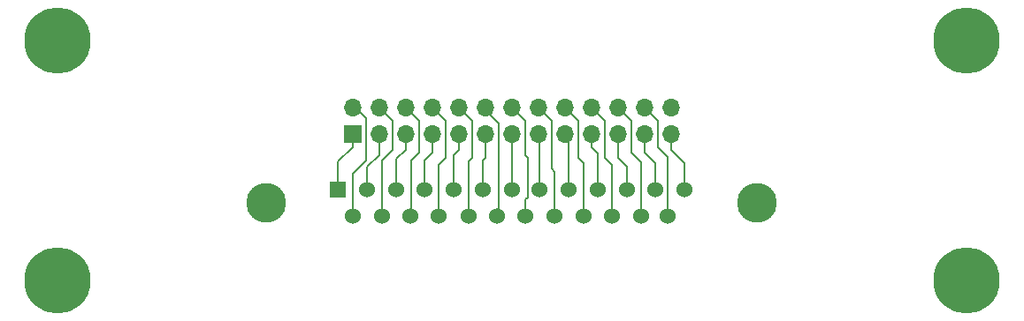
<source format=gbr>
G04 #@! TF.FileFunction,Copper,L1,Top,Signal*
%FSLAX46Y46*%
G04 Gerber Fmt 4.6, Leading zero omitted, Abs format (unit mm)*
G04 Created by KiCad (PCBNEW (after 2015-mar-04 BZR unknown)-product) date 6/5/2017 4:21:03 PM*
%MOMM*%
G01*
G04 APERTURE LIST*
%ADD10C,0.150000*%
%ADD11C,6.350000*%
%ADD12R,1.700000X1.700000*%
%ADD13O,1.700000X1.700000*%
%ADD14C,3.810000*%
%ADD15C,1.524000*%
%ADD16R,1.524000X1.524000*%
%ADD17C,0.203200*%
G04 APERTURE END LIST*
D10*
D11*
X91000000Y-4000000D03*
X4000000Y-4000000D03*
X91000000Y-27000000D03*
X4000000Y-27000000D03*
D12*
X32258000Y-12954000D03*
D13*
X32258000Y-10414000D03*
X34798000Y-12954000D03*
X34798000Y-10414000D03*
X37338000Y-12954000D03*
X37338000Y-10414000D03*
X39878000Y-12954000D03*
X39878000Y-10414000D03*
X42418000Y-12954000D03*
X42418000Y-10414000D03*
X44958000Y-12954000D03*
X44958000Y-10414000D03*
X47498000Y-12954000D03*
X47498000Y-10414000D03*
X50038000Y-12954000D03*
X50038000Y-10414000D03*
X52578000Y-12954000D03*
X52578000Y-10414000D03*
X55118000Y-12954000D03*
X55118000Y-10414000D03*
X57658000Y-12954000D03*
X57658000Y-10414000D03*
X60198000Y-12954000D03*
X60198000Y-10414000D03*
X62738000Y-12954000D03*
X62738000Y-10414000D03*
D14*
X24003000Y-19558000D03*
X70993000Y-19558000D03*
D15*
X64008000Y-18288000D03*
X61214000Y-18288000D03*
X58547000Y-18288000D03*
X55753000Y-18288000D03*
X52959000Y-18288000D03*
X50165000Y-18288000D03*
X47498000Y-18288000D03*
X44704000Y-18288000D03*
X41910000Y-18288000D03*
X39116000Y-18288000D03*
X36449000Y-18288000D03*
X33655000Y-18288000D03*
D16*
X30861000Y-18288000D03*
D15*
X62433200Y-20828000D03*
X59893200Y-20828000D03*
X57099200Y-20828000D03*
X54356000Y-20828000D03*
X51612800Y-20828000D03*
X48818800Y-20828000D03*
X46075600Y-20828000D03*
X43332400Y-20828000D03*
X40487600Y-20828000D03*
X37795200Y-20828000D03*
X35052000Y-20828000D03*
X32258000Y-20828000D03*
D17*
X32258000Y-14224000D02*
X30861000Y-15621000D01*
X30861000Y-15621000D02*
X30861000Y-18288000D01*
X32258000Y-12954000D02*
X32258000Y-14224000D01*
X34798000Y-14986000D02*
X33655000Y-16129000D01*
X33655000Y-16129000D02*
X33655000Y-18288000D01*
X34798000Y-12954000D02*
X34798000Y-14986000D01*
X37338000Y-14478000D02*
X36449000Y-15367000D01*
X36449000Y-15367000D02*
X36449000Y-18288000D01*
X37338000Y-12954000D02*
X37338000Y-14478000D01*
X39878000Y-14732000D02*
X39116000Y-15494000D01*
X39116000Y-15494000D02*
X39116000Y-18288000D01*
X39878000Y-12954000D02*
X39878000Y-14732000D01*
X42418000Y-14478000D02*
X41910000Y-14986000D01*
X41910000Y-14986000D02*
X41910000Y-18288000D01*
X42418000Y-12954000D02*
X42418000Y-14478000D01*
X44958000Y-15240000D02*
X44704000Y-15494000D01*
X44704000Y-15494000D02*
X44704000Y-18288000D01*
X44958000Y-12954000D02*
X44958000Y-15240000D01*
X47498000Y-18288000D02*
X47498000Y-12954000D01*
X50165000Y-13081000D02*
X50038000Y-12954000D01*
X50165000Y-18288000D02*
X50165000Y-13081000D01*
X52959000Y-13335000D02*
X52578000Y-12954000D01*
X52959000Y-18288000D02*
X52959000Y-13335000D01*
X55118000Y-14224000D02*
X55753000Y-14859000D01*
X55753000Y-14859000D02*
X55753000Y-18288000D01*
X55118000Y-12954000D02*
X55118000Y-14224000D01*
X57658000Y-15240000D02*
X58547000Y-16129000D01*
X58547000Y-16129000D02*
X58547000Y-18288000D01*
X57658000Y-12954000D02*
X57658000Y-15240000D01*
X60198000Y-14732000D02*
X61214000Y-15748000D01*
X61214000Y-15748000D02*
X61214000Y-18288000D01*
X60198000Y-12954000D02*
X60198000Y-14732000D01*
X62738000Y-14478000D02*
X64008000Y-15748000D01*
X64008000Y-15748000D02*
X64008000Y-18288000D01*
X62738000Y-12954000D02*
X62738000Y-14478000D01*
X32258000Y-16764000D02*
X32258000Y-20828000D01*
X33528000Y-15494000D02*
X32258000Y-16764000D01*
X33528000Y-11430000D02*
X33528000Y-15494000D01*
X32512000Y-10414000D02*
X33528000Y-11430000D01*
X32258000Y-10414000D02*
X32512000Y-10414000D01*
X36068000Y-11684000D02*
X36068000Y-14478000D01*
X36068000Y-14478000D02*
X35052000Y-15494000D01*
X35052000Y-15494000D02*
X35052000Y-20828000D01*
X34798000Y-10414000D02*
X36068000Y-11684000D01*
X37846000Y-20777200D02*
X37795200Y-20828000D01*
X38608000Y-11684000D02*
X38608000Y-14732000D01*
X38608000Y-14732000D02*
X37846000Y-15494000D01*
X37846000Y-15494000D02*
X37846000Y-20777200D01*
X37338000Y-10414000D02*
X38608000Y-11684000D01*
X41148000Y-11684000D02*
X41148000Y-15240000D01*
X41148000Y-15240000D02*
X40487600Y-15900400D01*
X40487600Y-15900400D02*
X40487600Y-20828000D01*
X39878000Y-10414000D02*
X41148000Y-11684000D01*
X43688000Y-11684000D02*
X43688000Y-15240000D01*
X43688000Y-15240000D02*
X43332400Y-15595600D01*
X43332400Y-15595600D02*
X43332400Y-20828000D01*
X42418000Y-10414000D02*
X43688000Y-11684000D01*
X46228000Y-20675600D02*
X46075600Y-20828000D01*
X46228000Y-11938000D02*
X46228000Y-20675600D01*
X44958000Y-10668000D02*
X46228000Y-11938000D01*
X44958000Y-10414000D02*
X44958000Y-10668000D01*
X48768000Y-11684000D02*
X48768000Y-14986000D01*
X48768000Y-14986000D02*
X49022000Y-15240000D01*
X47498000Y-10414000D02*
X48768000Y-11684000D01*
X48768000Y-11684000D02*
X47498000Y-10414000D01*
X48768000Y-14986000D02*
X48768000Y-11684000D01*
X49022000Y-15240000D02*
X48768000Y-14986000D01*
X48818800Y-19253200D02*
X49022000Y-19050000D01*
X49022000Y-19050000D02*
X49022000Y-15240000D01*
X48818800Y-20828000D02*
X48818800Y-19253200D01*
X51612800Y-16560800D02*
X51308000Y-16256000D01*
X51308000Y-16256000D02*
X51308000Y-11684000D01*
X51308000Y-11684000D02*
X50038000Y-10414000D01*
X51612800Y-20828000D02*
X51612800Y-16560800D01*
X54356000Y-15748000D02*
X53848000Y-15240000D01*
X53848000Y-15240000D02*
X53848000Y-11684000D01*
X53848000Y-11684000D02*
X52578000Y-10414000D01*
X54356000Y-20828000D02*
X54356000Y-15748000D01*
X57099200Y-15951200D02*
X56388000Y-15240000D01*
X56388000Y-15240000D02*
X56388000Y-11684000D01*
X56388000Y-11684000D02*
X55118000Y-10414000D01*
X57099200Y-20828000D02*
X57099200Y-15951200D01*
X59893200Y-15697200D02*
X58928000Y-14732000D01*
X58928000Y-14732000D02*
X58928000Y-11684000D01*
X58928000Y-11684000D02*
X57658000Y-10414000D01*
X59893200Y-20828000D02*
X59893200Y-15697200D01*
X62433200Y-15189200D02*
X61468000Y-14224000D01*
X61468000Y-14224000D02*
X61468000Y-11684000D01*
X61468000Y-11684000D02*
X60198000Y-10414000D01*
X62433200Y-20828000D02*
X62433200Y-15189200D01*
M02*

</source>
